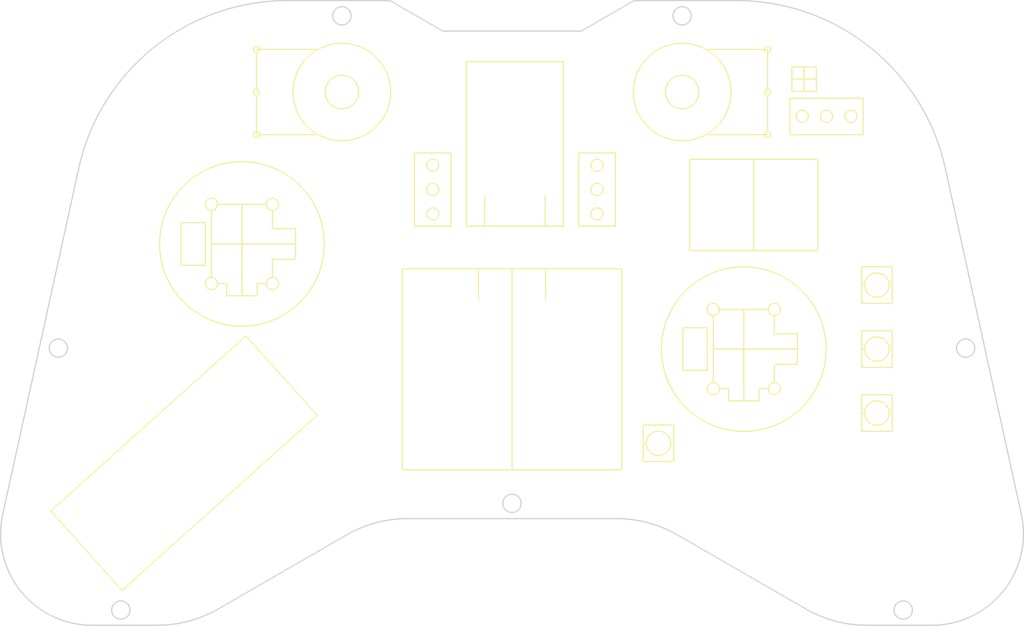
<source format=kicad_pcb>
(kicad_pcb
	(version 20240108)
	(generator "pcbnew")
	(generator_version "8.0")
	(general
		(thickness 1.6)
		(legacy_teardrops no)
	)
	(paper "A4")
	(title_block
		(title "Controle Personalizado")
		(date "2024-09-18")
		(rev "1.0.0")
		(company "AR")
		(comment 1 "Eng. Adenilton Ribeiro")
	)
	(layers
		(0 "F.Cu" signal)
		(31 "B.Cu" signal)
		(32 "B.Adhes" user "B.Adhesive")
		(33 "F.Adhes" user "F.Adhesive")
		(34 "B.Paste" user)
		(35 "F.Paste" user)
		(36 "B.SilkS" user "B.Silkscreen")
		(37 "F.SilkS" user "F.Silkscreen")
		(38 "B.Mask" user)
		(39 "F.Mask" user)
		(40 "Dwgs.User" user "User.Drawings")
		(41 "Cmts.User" user "User.Comments")
		(42 "Eco1.User" user "User.Eco1")
		(43 "Eco2.User" user "User.Eco2")
		(44 "Edge.Cuts" user)
		(45 "Margin" user)
		(46 "B.CrtYd" user "B.Courtyard")
		(47 "F.CrtYd" user "F.Courtyard")
		(48 "B.Fab" user)
		(49 "F.Fab" user)
		(50 "User.1" user)
		(51 "User.2" user)
		(52 "User.3" user)
		(53 "User.4" user)
		(54 "User.5" user)
		(55 "User.6" user)
		(56 "User.7" user)
		(57 "User.8" user)
		(58 "User.9" user)
	)
	(setup
		(pad_to_mask_clearance 0)
		(allow_soldermask_bridges_in_footprints no)
		(aux_axis_origin 60 150)
		(pcbplotparams
			(layerselection 0x00010fc_ffffffff)
			(plot_on_all_layers_selection 0x0000000_00000000)
			(disableapertmacros no)
			(usegerberextensions no)
			(usegerberattributes yes)
			(usegerberadvancedattributes yes)
			(creategerberjobfile yes)
			(dashed_line_dash_ratio 12.000000)
			(dashed_line_gap_ratio 3.000000)
			(svgprecision 4)
			(plotframeref no)
			(viasonmask no)
			(mode 1)
			(useauxorigin no)
			(hpglpennumber 1)
			(hpglpenspeed 20)
			(hpglpendiameter 15.000000)
			(pdf_front_fp_property_popups yes)
			(pdf_back_fp_property_popups yes)
			(dxfpolygonmode yes)
			(dxfimperialunits yes)
			(dxfusepcbnewfont yes)
			(psnegative no)
			(psa4output no)
			(plotreference yes)
			(plotvalue yes)
			(plotfptext yes)
			(plotinvisibletext no)
			(sketchpadsonfab no)
			(subtractmaskfromsilk no)
			(outputformat 1)
			(mirror no)
			(drillshape 1)
			(scaleselection 1)
			(outputdirectory "")
		)
	)
	(net 0 "")
	(gr_line
		(start 174.130039 117.27323)
		(end 174.130039 111.27323)
		(stroke
			(width 0.2)
			(type default)
		)
		(layer "F.SilkS")
		(uuid "00f8cf38-dabc-4c8d-8c19-8c966ba39d4e")
	)
	(gr_line
		(start 204.947039 85.31523)
		(end 209.947039 85.31523)
		(stroke
			(width 0.2)
			(type default)
		)
		(layer "F.SilkS")
		(uuid "0256f5db-1bcc-46fc-b2b4-11667dd80cf2")
	)
	(gr_line
		(start 176.753039 82.66123)
		(end 176.753039 67.66123)
		(stroke
			(width 0.2)
			(type default)
		)
		(layer "F.SilkS")
		(uuid "025d837a-60d4-475f-af11-b6376fee8e90")
	)
	(gr_line
		(start 204.947039 98.81523)
		(end 205.447039 98.81523)
		(stroke
			(width 0.2)
			(type default)
		)
		(layer "F.SilkS")
		(uuid "027d2956-4675-43c7-b21f-fcc1a3dd045f")
	)
	(gr_line
		(start 189.50878 49.63623)
		(end 189.50878 50.13623)
		(stroke
			(width 0.2)
			(type default)
		)
		(layer "F.SilkS")
		(uuid "087d0725-f690-4b05-ae55-0a969de04643")
	)
	(gr_circle
		(center 134.612039 76.63623)
		(end 134.612039 77.63623)
		(stroke
			(width 0.2)
			(type default)
		)
		(fill none)
		(layer "F.SilkS")
		(uuid "0b1fbf37-3c34-44f3-818b-20b6194bdd40")
	)
	(gr_line
		(start 112.130039 84.06523)
		(end 108.330039 84.06523)
		(stroke
			(width 0.2)
			(type default)
		)
		(layer "F.SilkS")
		(uuid "0c386467-107c-45b1-acca-424676c2948b")
	)
	(gr_line
		(start 189.50878 56.13623)
		(end 189.50878 56.63623)
		(stroke
			(width 0.2)
			(type default)
		)
		(layer "F.SilkS")
		(uuid "0c67b1cb-7fa2-4929-8b61-138d50a8ae58")
	)
	(gr_circle
		(center 195.18213 60.64636)
		(end 195.18213 61.64636)
		(stroke
			(width 0.2)
			(type default)
		)
		(fill none)
		(layer "F.SilkS")
		(uuid "0d1a2b8f-7581-461b-afe0-801940726940")
	)
	(gr_circle
		(center 203.18213 60.64636)
		(end 203.18213 61.64636)
		(stroke
			(width 0.2)
			(type default)
		)
		(fill none)
		(layer "F.SilkS")
		(uuid "0e90a083-7357-4d96-8da4-81aa96c59f29")
	)
	(gr_line
		(start 129.612039 118.63623)
		(end 165.612039 118.63623)
		(stroke
			(width 0.2)
			(type default)
		)
		(layer "F.SilkS")
		(uuid "0ed41df6-4766-4b13-ad9a-4efaa0b45f7f")
	)
	(gr_line
		(start 185.615039 92.31523)
		(end 189.615039 92.31523)
		(stroke
			(width 0.2)
			(type default)
		)
		(layer "F.SilkS")
		(uuid "10d6e7f4-2cda-4f58-a61f-f767e78ca4a3")
	)
	(gr_line
		(start 147.612039 85.63623)
		(end 129.612039 85.63623)
		(stroke
			(width 0.2)
			(type default)
		)
		(layer "F.SilkS")
		(uuid "11878073-5d05-408d-96a7-716eeda07a24")
	)
	(gr_line
		(start 115.666707 109.675838)
		(end 83.675906 138.408897)
		(stroke
			(width 0.2)
			(type default)
		)
		(layer "F.SilkS")
		(uuid "1191c1ec-2b95-4be9-b536-1592b31d68d6")
	)
	(gr_line
		(start 188.115039 107.31523)
		(end 188.115039 105.31523)
		(stroke
			(width 0.2)
			(type default)
		)
		(layer "F.SilkS")
		(uuid "1201f7e1-4e29-4f16-b5bf-67b302e5913d")
	)
	(gr_circle
		(center 98.330039 88.06523)
		(end 98.330039 89.06523)
		(stroke
			(width 0.2)
			(type default)
		)
		(fill none)
		(layer "F.SilkS")
		(uuid "129c2477-1a99-4bc4-b10a-418803382fb5")
	)
	(gr_line
		(start 105.715298 57.13623)
		(end 105.715298 63.13623)
		(stroke
			(width 0.2)
			(type default)
		)
		(layer "F.SilkS")
		(uuid "14c0e0ef-27c0-4e49-b8cc-50d198100b25")
	)
	(gr_line
		(start 193.503039 52.51723)
		(end 193.503039 56.51723)
		(stroke
			(width 0.2)
			(type default)
		)
		(layer "F.SilkS")
		(uuid "14fd4384-cc54-4546-9a51-6f6e34b29f10")
	)
	(gr_line
		(start 204.947039 106.31523)
		(end 209.947039 106.31523)
		(stroke
			(width 0.2)
			(type default)
		)
		(layer "F.SilkS")
		(uuid "1612bd06-e732-4fc9-b970-a6a09bb53423")
	)
	(gr_line
		(start 175.615039 102.31523)
		(end 175.615039 95.31523)
		(stroke
			(width 0.2)
			(type default)
		)
		(layer "F.SilkS")
		(uuid "17f37713-5f86-4df4-b972-915bbc5a21e6")
	)
	(gr_line
		(start 209.947039 91.31523)
		(end 209.947039 85.31523)
		(stroke
			(width 0.2)
			(type default)
		)
		(layer "F.SilkS")
		(uuid "1804b8f1-a9a2-4be4-9a85-726032bdd8d2")
	)
	(gr_line
		(start 194.415039 96.31523)
		(end 190.615039 96.31523)
		(stroke
			(width 0.2)
			(type default)
		)
		(layer "F.SilkS")
		(uuid "18da6a69-4b4c-4ef3-9720-170c3b1240a6")
	)
	(gr_line
		(start 185.615039 107.31523)
		(end 188.115039 107.31523)
		(stroke
			(width 0.2)
			(type default)
		)
		(layer "F.SilkS")
		(uuid "19a141ff-c344-405a-8abb-581a56409e60")
	)
	(gr_line
		(start 108.330039 76.06523)
		(end 108.330039 79.06523)
		(stroke
			(width 0.2)
			(type default)
		)
		(layer "F.SilkS")
		(uuid "1b39187f-ca3d-4599-a8b6-9e217024bce7")
	)
	(gr_circle
		(center 134.612039 72.63623)
		(end 134.612039 73.63623)
		(stroke
			(width 0.2)
			(type default)
		)
		(fill none)
		(layer "F.SilkS")
		(uuid "1e06a473-a632-4deb-a014-663c3cf8eac9")
	)
	(gr_line
		(start 71.982219 125.389385)
		(end 103.97302 96.656326)
		(stroke
			(width 0.2)
			(type default)
		)
		(layer "F.SilkS")
		(uuid "208cee0d-a7b6-4740-9016-39fb21380757")
	)
	(gr_line
		(start 197.753039 67.66123)
		(end 197.753039 82.66123)
		(stroke
			(width 0.2)
			(type default)
		)
		(layer "F.SilkS")
		(uuid "211596de-2a64-4042-8e24-b0e93138229d")
	)
	(gr_line
		(start 204.947039 101.81523)
		(end 209.947039 101.81523)
		(stroke
			(width 0.2)
			(type default)
		)
		(layer "F.SilkS")
		(uuid "234301cd-d02d-4215-af64-f171f6cb5e38")
	)
	(gr_line
		(start 189.50878 57.13623)
		(end 189.50878 63.13623)
		(stroke
			(width 0.2)
			(type default)
		)
		(layer "F.SilkS")
		(uuid "2481e495-3e1e-4ff5-b231-ea6a7148a425")
	)
	(gr_line
		(start 169.130039 111.27323)
		(end 174.130039 111.27323)
		(stroke
			(width 0.2)
			(type default)
		)
		(layer "F.SilkS")
		(uuid "24fcfcaf-6644-4d54-9418-b806db7ab743")
	)
	(gr_line
		(start 105.715298 49.63623)
		(end 106.215298 49.63623)
		(stroke
			(width 0.2)
			(type default)
		)
		(layer "F.SilkS")
		(uuid "250191f3-5f51-4e87-b677-7b11891ed417")
	)
	(gr_line
		(start 112.130039 79.06523)
		(end 108.330039 79.06523)
		(stroke
			(width 0.2)
			(type default)
		)
		(layer "F.SilkS")
		(uuid "2abb5503-9342-44ee-ac3a-1d657e363082")
	)
	(gr_line
		(start 169.130039 117.27323)
		(end 174.130039 117.27323)
		(stroke
			(width 0.2)
			(type default)
		)
		(layer "F.SilkS")
		(uuid "2b342f27-58d8-413b-95c1-6e96c0842886")
	)
	(gr_line
		(start 173.630039 114.27323)
		(end 174.130039 114.27323)
		(stroke
			(width 0.2)
			(type default)
		)
		(layer "F.SilkS")
		(uuid "2bccbcdc-e929-474e-8add-3b1f1b2d6cbd")
	)
	(gr_circle
		(center 119.715298 56.63623)
		(end 119.715298 59.38623)
		(stroke
			(width 0.2)
			(type default)
		)
		(fill none)
		(layer "F.SilkS")
		(uuid "2d6e3536-b68c-4a93-a2e7-88cf8b172234")
	)
	(gr_line
		(start 179.615039 102.31523)
		(end 175.615039 102.31523)
		(stroke
			(width 0.2)
			(type default)
		)
		(layer "F.SilkS")
		(uuid "32538d9a-df3b-412f-af92-1ae48d88752a")
	)
	(gr_line
		(start 143.112039 78.63623)
		(end 143.112039 73.63623)
		(stroke
			(width 0.2)
			(type default)
		)
		(layer "F.SilkS")
		(uuid "339032a5-763b-4a32-8179-459a81acc600")
	)
	(gr_line
		(start 197.503039 55.51723)
		(end 197.503039 52.51723)
		(stroke
			(width 0.2)
			(type default)
		)
		(layer "F.SilkS")
		(uuid "33c76edd-7436-4be7-a649-276550b540c7")
	)
	(gr_line
		(start 100.830039 88.06523)
		(end 99.330039 88.06523)
		(stroke
			(width 0.2)
			(type default)
		)
		(layer "F.SilkS")
		(uuid "370e11e6-a012-41e4-9a97-4748d7954e06")
	)
	(gr_line
		(start 194.415039 98.81523)
		(end 194.415039 101.31523)
		(stroke
			(width 0.2)
			(type default)
		)
		(layer "F.SilkS")
		(uuid "3759fecf-5ed2-4117-97d9-4b22929affc9")
	)
	(gr_line
		(start 193.503039 54.51723)
		(end 197.503039 54.51723)
		(stroke
			(width 0.2)
			(type default)
		)
		(layer "F.SilkS")
		(uuid "39eadbd2-ab4e-4386-8ae2-eb7d373c8a84")
	)
	(gr_line
		(start 185.615039 107.31523)
		(end 183.115039 107.31523)
		(stroke
			(width 0.2)
			(type default)
		)
		(layer "F.SilkS")
		(uuid "3a97ca3b-655e-4618-8898-e5b9f3c735e4")
	)
	(gr_line
		(start 180.615039 93.31523)
		(end 180.615039 104.31523)
		(stroke
			(width 0.2)
			(type default)
		)
		(layer "F.SilkS")
		(uuid "3ae89060-e6e1-4e47-a5f8-cb149d6cbf67")
	)
	(gr_line
		(start 105.715298 56.63623)
		(end 105.715298 56.13623)
		(stroke
			(width 0.2)
			(type default)
		)
		(layer "F.SilkS")
		(uuid "3cc1a79d-7f99-4a67-9af1-8fedab731051")
	)
	(gr_line
		(start 209.447039 88.31523)
		(end 209.947039 88.31523)
		(stroke
			(width 0.2)
			(type default)
		)
		(layer "F.SilkS")
		(uuid "3f4eb275-6978-4f1e-b44f-3fc8331767c3")
	)
	(gr_line
		(start 189.00878 63.63623)
		(end 179.381763 63.63623)
		(stroke
			(width 0.2)
			(type default)
		)
		(layer "F.SilkS")
		(uuid "3ffa94c4-3fc3-4feb-b9d2-fef434a9a3a4")
	)
	(gr_line
		(start 106.215298 49.63623)
		(end 115.842315 49.63623)
		(stroke
			(width 0.2)
			(type default)
		)
		(layer "F.SilkS")
		(uuid "417a835e-6b7c-45c4-91c9-013f6b8b1500")
	)
	(gr_line
		(start 164.546039 66.63623)
		(end 164.546039 78.63623)
		(stroke
			(width 0.2)
			(type default)
		)
		(layer "F.SilkS")
		(uuid "437aed71-f8de-419f-8028-5c2a96e961f3")
	)
	(gr_line
		(start 209.947039 101.81523)
		(end 209.947039 95.81523)
		(stroke
			(width 0.2)
			(type default)
		)
		(layer "F.SilkS")
		(uuid "43cf7b04-9944-4238-a950-711ef5c8c956")
	)
	(gr_line
		(start 169.130039 114.27323)
		(end 169.630039 114.27323)
		(stroke
			(width 0.2)
			(type default)
		)
		(layer "F.SilkS")
		(uuid "44281e52-2a28-4856-9c86-ef09598c6f00")
	)
	(gr_circle
		(center 207.447039 88.31523)
		(end 207.447039 90.31523)
		(stroke
			(width 0.2)
			(type default)
		)
		(fill none)
		(layer "F.SilkS")
		(uuid "44d0851e-4488-454c-a91b-63ebdcaeb77d")
	)
	(gr_line
		(start 140.112039 51.63623)
		(end 156.046039 51.63623)
		(stroke
			(width 0.2)
			(type default)
		)
		(layer "F.SilkS")
		(uuid "467d95c1-0c99-4213-994f-115f3543507e")
	)
	(gr_circle
		(center 189.50878 56.63623)
		(end 189.50878 57.13623)
		(stroke
			(width 0.2)
			(type default)
		)
		(fill none)
		(layer "F.SilkS")
		(uuid "4cd89493-d291-4c5f-ba5c-ad4a2d895093")
	)
	(gr_line
		(start 204.947039 112.31523)
		(end 209.947039 112.31523)
		(stroke
			(width 0.2)
			(type default)
		)
		(layer "F.SilkS")
		(uuid "510a870d-e2dd-4ddc-9c44-000b498bef9a")
	)
	(gr_line
		(start 97.330039 78.06523)
		(end 97.330039 81.56523)
		(stroke
			(width 0.2)
			(type default)
		)
		(layer "F.SilkS")
		(uuid "537fd2b8-c960-44d6-802e-f01039f14e5a")
	)
	(gr_circle
		(center 108.330039 75.06523)
		(end 108.330039 76.06523)
		(stroke
			(width 0.2)
			(type default)
		)
		(fill none)
		(layer "F.SilkS")
		(uuid "5892066d-b3af-4793-a967-c9cfe6cb098a")
	)
	(gr_circle
		(center 175.50878 56.63623)
		(end 175.50878 64.63623)
		(stroke
			(width 0.2)
			(type default)
		)
		(fill none)
		(layer "F.SilkS")
		(uuid "59bfe893-417a-47aa-957f-8f2deb3d3b67")
	)
	(gr_line
		(start 108.330039 84.06523)
		(end 108.330039 87.06523)
		(stroke
			(width 0.2)
			(type default)
		)
		(layer "F.SilkS")
		(uuid "5aa82545-5f40-4626-b3a2-e98c063aae84")
	)
	(gr_circle
		(center 105.715298 49.63623)
		(end 105.715298 50.13623)
		(stroke
			(width 0.2)
			(type default)
		)
		(fill none)
		(layer "F.SilkS")
		(uuid "5ad3e0ba-f2fa-4b65-af57-bb3f1b49632f")
	)
	(gr_circle
		(center 199.18213 60.64636)
		(end 199.18213 61.64636)
		(stroke
			(width 0.2)
			(type default)
		)
		(fill none)
		(layer "F.SilkS")
		(uuid "5b1a8734-527d-41c6-b1d0-1e84de5392b3")
	)
	(gr_line
		(start 179.615039 98.81523)
		(end 179.615039 102.31523)
		(stroke
			(width 0.2)
			(type default)
		)
		(layer "F.SilkS")
		(uuid "5d33d427-9685-4230-9824-4fc17c60ede8")
	)
	(gr_line
		(start 129.612039 85.63623)
		(end 129.612039 118.63623)
		(stroke
			(width 0.2)
			(type default)
		)
		(layer "F.SilkS")
		(uuid "5d84cfde-dda8-424e-913f-99eb6706e47e")
	)
	(gr_line
		(start 204.947039 109.31523)
		(end 205.447039 109.31523)
		(stroke
			(width 0.2)
			(type default)
		)
		(layer "F.SilkS")
		(uuid "5d855621-417d-4c31-9ed4-bef1b7f52b9d")
	)
	(gr_line
		(start 193.18213 57.64636)
		(end 205.18213 57.64636)
		(stroke
			(width 0.2)
			(type default)
		)
		(layer "F.SilkS")
		(uuid "5e0b4e75-0f42-4152-9fb4-7147cadadff9")
	)
	(gr_circle
		(center 175.50878 56.63623)
		(end 175.50878 59.38623)
		(stroke
			(width 0.2)
			(type default)
		)
		(fill none)
		(layer "F.SilkS")
		(uuid "5e68968e-3295-4488-8857-e9f1470e79ee")
	)
	(gr_circle
		(center 161.546039 72.63623)
		(end 161.546039 73.63623)
		(stroke
			(width 0.2)
			(type default)
		)
		(fill none)
		(layer "F.SilkS")
		(uuid "5f1243e4-23ff-43bf-b23c-3a004e765a8a")
	)
	(gr_line
		(start 209.447039 109.31523)
		(end 209.947039 109.31523)
		(stroke
			(width 0.2)
			(type default)
		)
		(layer "F.SilkS")
		(uuid "5f19964f-bfac-4255-8679-8c2d03002018")
	)
	(gr_line
		(start 153.112039 85.63623)
		(end 153.112039 90.63623)
		(stroke
			(width 0.2)
			(type default)
		)
		(layer "F.SilkS")
		(uuid "61e613b2-6ec9-4f71-a8fb-9ea615972c56")
	)
	(gr_line
		(start 105.715298 56.13623)
		(end 105.715298 50.13623)
		(stroke
			(width 0.2)
			(type default)
		)
		(layer "F.SilkS")
		(uuid "631139d1-537b-47b8-89de-129ce707ebc0")
	)
	(gr_line
		(start 204.947039 95.81523)
		(end 204.947039 101.81523)
		(stroke
			(width 0.2)
			(type default)
		)
		(layer "F.SilkS")
		(uuid "64ac4d01-d280-4793-939a-2a907806a7c2")
	)
	(gr_line
		(start 98.330039 76.06523)
		(end 98.330039 87.06523)
		(stroke
			(width 0.2)
			(type default)
		)
		(layer "F.SilkS")
		(uuid "64ee2302-fa4c-4e22-a6af-272c1b8f4a65")
	)
	(gr_line
		(start 218.647869 69.131692)
		(end 218.647867 69.131692)
		(stroke
			(width 0.2)
			(type default)
		)
		(layer "F.SilkS")
		(uuid "65b3f31c-fbac-43db-8b43-ab7b61317648")
	)
	(gr_line
		(start 112.130039 81.56523)
		(end 112.130039 84.06523)
		(stroke
			(width 0.2)
			(type default)
		)
		(layer "F.SilkS")
		(uuid "6cae7dc0-e121-47c7-992a-ac172367c946")
	)
	(gr_line
		(start 176.753039 67.66123)
		(end 197.753039 67.66123)
		(stroke
			(width 0.2)
			(type default)
		)
		(layer "F.SilkS")
		(uuid "6d72d43c-9c61-41ea-a32a-e17e903cf300")
	)
	(gr_line
		(start 112.130039 81.56523)
		(end 112.130039 79.06523)
		(stroke
			(width 0.2)
			(type default)
		)
		(layer "F.SilkS")
		(uuid "6eff4b75-c957-485d-acf4-8a8cbca7d862")
	)
	(gr_circle
		(center 98.330039 75.06523)
		(end 98.330039 76.06523)
		(stroke
			(width 0.2)
			(type default)
		)
		(fill none)
		(layer "F.SilkS")
		(uuid "70286652-5b14-4067-9b8f-3920393dd296")
	)
	(gr_circle
		(center 207.447039 109.31523)
		(end 207.447039 111.31523)
		(stroke
			(width 0.2)
			(type default)
		)
		(fill none)
		(layer "F.SilkS")
		(uuid "741f975d-74bb-4b86-8399-8a158f626332")
	)
	(gr_line
		(start 64.11 125.92)
		(end 64.109993 125.919998)
		(stroke
			(width 0.2)
			(type default)
		)
		(layer "F.SilkS")
		(uuid "7777d868-3d48-408a-bdb4-191bbcdea746")
	)
	(gr_line
		(start 204.947039 85.31523)
		(end 204.947039 91.31523)
		(stroke
			(width 0.2)
			(type default)
		)
		(layer "F.SilkS")
		(uuid "78f7f4fd-da4f-4ddb-8ccf-cf2bf19d6800")
	)
	(gr_line
		(start 165.612039 85.63623)
		(end 165.612039 118.63623)
		(stroke
			(width 0.2)
			(type default)
		)
		(layer "F.SilkS")
		(uuid "7a3fbac7-49c1-438e-acce-14e329a686ce")
	)
	(gr_line
		(start 189.00878 49.63623)
		(end 179.381763 49.63623)
		(stroke
			(width 0.2)
			(type default)
		)
		(layer "F.SilkS")
		(uuid "7a69e22b-985e-4c83-a358-69f909859d06")
	)
	(gr_line
		(start 105.830039 88.06523)
		(end 107.330039 88.06523)
		(stroke
			(width 0.2)
			(type default)
		)
		(layer "F.SilkS")
		(uuid "7e00a7cb-71ca-40c9-baa0-8fae1f230db5")
	)
	(gr_line
		(start 97.330039 85.06523)
		(end 93.330039 85.06523)
		(stroke
			(width 0.2)
			(type default)
		)
		(layer "F.SilkS")
		(uuid "7ff3c6b0-70d3-4397-b1d6-49d0515ca9b7")
	)
	(gr_line
		(start 103.330039 75.06523)
		(end 99.330039 75.06523)
		(stroke
			(width 0.2)
			(type default)
		)
		(layer "F.SilkS")
		(uuid "819a7fe0-9cad-403a-a4b0-640a0b884aff")
	)
	(gr_line
		(start 194.415039 98.81523)
		(end 194.415039 96.31523)
		(stroke
			(width 0.2)
			(type default)
		)
		(layer "F.SilkS")
		(uuid "87769daf-1934-4d35-9693-0abd6bc146d7")
	)
	(gr_circle
		(center 185.615039 98.81523)
		(end 185.615039 112.31523)
		(stroke
			(width 0.2)
			(type default)
		)
		(fill none)
		(layer "F.SilkS")
		(uuid "88b4671a-371f-46fc-b405-b8ea819f12ec")
	)
	(gr_circle
		(center 161.546039 76.63623)
		(end 161.546039 77.63623)
		(stroke
			(width 0.2)
			(type default)
		)
		(fill none)
		(layer "F.SilkS")
		(uuid "894582c8-8ea1-4daa-aa02-8279760d5c95")
	)
	(gr_line
		(start 204.947039 106.31523)
		(end 204.947039 112.31523)
		(stroke
			(width 0.2)
			(type default)
		)
		(layer "F.SilkS")
		(uuid "8d3e226e-886e-4e3a-99ce-6af9a6f264a4")
	)
	(gr_circle
		(center 189.50878 63.63623)
		(end 189.50878 64.13623)
		(stroke
			(width 0.2)
			(type default)
		)
		(fill none)
		(layer "F.SilkS")
		(uuid "8e724a49-ec63-457f-baae-a55c53e55413")
	)
	(gr_line
		(start 153.046039 78.63623)
		(end 153.046039 73.63623)
		(stroke
			(width 0.2)
			(type default)
		)
		(layer "F.SilkS")
		(uuid "8f5ff56c-047d-4813-b7c9-7f0eb6819f5b")
	)
	(gr_line
		(start 193.18213 63.64636)
		(end 193.18213 57.64636)
		(stroke
			(width 0.2)
			(type default)
		)
		(layer "F.SilkS")
		(uuid "8fc3d716-29a4-4927-b886-acdd3b9fb927")
	)
	(gr_circle
		(center 207.447039 98.81523)
		(end 207.447039 100.81523)
		(stroke
			(width 0.2)
			(type default)
		)
		(fill none)
		(layer "F.SilkS")
		(uuid "917f3928-3b57-470d-9ad2-3f8e51569769")
	)
	(gr_circle
		(center 171.630039 114.27323)
		(end 171.630039 116.27323)
		(stroke
			(width 0.2)
			(type default)
		)
		(fill none)
		(layer "F.SilkS")
		(uuid "9adc6194-bb25-4fe7-8df2-1946325f413b")
	)
	(gr_line
		(start 194.415039 98.81523)
		(end 180.615039 98.81523)
		(stroke
			(width 0.2)
			(type default)
		)
		(layer "F.SilkS")
		(uuid "9b92549d-122f-4c54-8985-cdb9597d3bed")
	)
	(gr_line
		(start 185.615039 107.31523)
		(end 185.615039 92.31523)
		(stroke
			(width 0.2)
			(type default)
		)
		(layer "F.SilkS")
		(uuid "9d39c8f5-5f45-409f-87da-b5d474f55810")
	)
	(gr_line
		(start 93.330039 85.06523)
		(end 93.330039 78.06523)
		(stroke
			(width 0.2)
			(type default)
		)
		(layer "F.SilkS")
		(uuid "9d5c8cc1-f12d-4b5a-8bf9-25cd9e04a391")
	)
	(gr_line
		(start 185.615039 92.31523)
		(end 181.615039 92.31523)
		(stroke
			(width 0.2)
			(type default)
		)
		(layer "F.SilkS")
		(uuid "9e137c0e-01be-4ce1-b8ed-ff07eda23d87")
	)
	(gr_line
		(start 204.947039 95.81523)
		(end 209.947039 95.81523)
		(stroke
			(width 0.2)
			(type default)
		)
		(layer "F.SilkS")
		(uuid "a57414af-a469-42cd-922a-c6bb3a35ab17")
	)
	(gr_line
		(start 105.715298 64.13623)
		(end 106.215298 63.63623)
		(stroke
			(width 0.2)
			(type default)
		)
		(layer "F.SilkS")
		(uuid "a5af7f66-94ca-4e75-b672-223f075d651c")
	)
	(gr_line
		(start 189.00878 63.63623)
		(end 189.50878 63.63623)
		(stroke
			(width 0.2)
			(type default)
		)
		(layer "F.SilkS")
		(uuid "a60600bf-86f9-4b92-b728-6c5416ba9509")
	)
	(gr_line
		(start 197.503039 56.51723)
		(end 193.503039 56.51723)
		(stroke
			(width 0.2)
			(type default)
		)
		(layer "F.SilkS")
		(uuid "b56c4f1d-c680-46a3-8b19-d49faa1dd745")
	)
	(gr_line
		(start 97.330039 81.56523)
		(end 97.330039 85.06523)
		(stroke
			(width 0.2)
			(type default)
		)
		(layer "F.SilkS")
		(uuid "b7ab4607-caf7-466a-a946-976c59003628")
	)
	(gr_line
		(start 158.546039 66.63623)
		(end 164.546039 66.63623)
		(stroke
			(width 0.2)
			(type default)
		)
		(layer "F.SilkS")
		(uuid "ba95b8d9-43fb-405c-9e2f-d2452a4aaa45")
	)
	(gr_line
		(start 189.50878 64.13623)
		(end 189.00878 63.63623)
		(stroke
			(width 0.2)
			(type default)
		)
		(layer "F.SilkS")
		(uuid "bb3dd2a3-667e-4230-bc81-c61ad149a552")
	)
	(gr_circle
		(center 161.546039 68.63623)
		(end 161.546039 69.63623)
		(stroke
			(width 0.2)
			(type default)
		)
		(fill none)
		(layer "F.SilkS")
		(uuid "bd939e7c-62a9-4ef9-9507-96eacfb5af94")
	)
	(gr_line
		(start 137.612039 66.63623)
		(end 137.612039 78.63623)
		(stroke
			(width 0.2)
			(type default)
		)
		(layer "F.SilkS")
		(uuid "c0ca8986-bb69-4872-bd59-ab82e20d069a")
	)
	(gr_line
		(start 83.675906 138.408897)
		(end 71.982219 125.389385)
		(stroke
			(width 0.2)
			(type default)
		)
		(layer "F.SilkS")
		(uuid "c26d68d5-6abd-4149-ac7d-eca946d5d484")
	)
	(gr_line
		(start 195.503039 52.51723)
		(end 195.503039 56.51723)
		(stroke
			(width 0.2)
			(type default)
		)
		(layer "F.SilkS")
		(uuid "c4d71136-22f0-4633-9d82-e8a6fd730050")
	)
	(gr_line
		(start 190.615039 93.31523)
		(end 190.615039 96.31523)
		(stroke
			(width 0.2)
			(type default)
		)
		(layer "F.SilkS")
		(uuid "c50ec629-a72b-48ea-bea0-14cf2a26fc54")
	)
	(gr_line
		(start 103.330039 90.06523)
		(end 100.830039 90.06523)
		(stroke
			(width 0.2)
			(type default)
		)
		(layer "F.SilkS")
		(uuid "c58dd272-aa01-4629-ac09-7c323773b802")
	)
	(gr_line
		(start 147.612039 85.63623)
		(end 165.612039 85.63623)
		(stroke
			(width 0.2)
			(type default)
		)
		(layer "F.SilkS")
		(uuid "c6142b57-e92d-4119-a3e5-2c5d19fa9be5")
	)
	(gr_line
		(start 205.18213 63.64636)
		(end 193.18213 63.64636)
		(stroke
			(width 0.2)
			(type default)
		)
		(layer "F.SilkS")
		(uuid "cb3eb905-656a-4e8e-9eb6-d854c781c021")
	)
	(gr_line
		(start 142.112039 85.63623)
		(end 142.112039 90.63623)
		(stroke
			(width 0.2)
			(type default)
		)
		(layer "F.SilkS")
		(uuid "ce4a3e3f-ee2b-48d3-aca6-7e20f60bdf60")
	)
	(gr_line
		(start 209.947039 112.31523)
		(end 209.947039 106.31523)
		(stroke
			(width 0.2)
			(type default)
		)
		(layer "F.SilkS")
		(uuid "ce8729b3-1c1f-465c-a2af-1d5927c63e49")
	)
	(gr_line
		(start 197.503039 56.51723)
		(end 197.503039 55.51723)
		(stroke
			(width 0.2)
			(type default)
		)
		(layer "F.SilkS")
		(uuid "ced78301-45d3-4b6a-8188-6f36174e9581")
	)
	(gr_line
		(start 169.130039 111.27323)
		(end 169.130039 117.27323)
		(stroke
			(width 0.2)
			(type default)
		)
		(layer "F.SilkS")
		(uuid "ceee8bbb-6e79-4b3f-a9f3-4e4349e12bb6")
	)
	(gr_circle
		(center 105.715298 56.63623)
		(end 105.715298 57.13623)
		(stroke
			(width 0.2)
			(type default)
		)
		(fill none)
		(layer "F.SilkS")
		(uuid "d06292e1-10b0-49de-a648-6d228320ac10")
	)
	(gr_circle
		(center 105.715298 63.63623)
		(end 105.715298 64.13623)
		(stroke
			(width 0.2)
			(type default)
		)
		(fill none)
		(layer "F.SilkS")
		(uuid "d06e324c-35de-4b94-97f0-4503ba0fb1bb")
	)
	(gr_line
		(start 131.612039 78.63623)
		(end 131.612039 66.63623)
		(stroke
			(width 0.2)
			(type default)
		)
		(layer "F.SilkS")
		(uuid "d087b73e-016c-4f79-b672-525c4f4869dd")
	)
	(gr_line
		(start 100.830039 90.06523)
		(end 100.830039 88.06523)
		(stroke
			(width 0.2)
			(type default)
		)
		(layer "F.SilkS")
		(uuid "d08c9592-a2dd-4062-a338-fd8656469abf")
	)
	(gr_line
		(start 156.046039 78.63623)
		(end 156.046039 51.63623)
		(stroke
			(width 0.2)
			(type default)
		)
		(layer "F.SilkS")
		(uuid "d0df4eca-8238-4c87-84a5-7ca62a59ed7e")
	)
	(gr_circle
		(center 108.330039 88.06523)
		(end 108.330039 89.06523)
		(stroke
			(width 0.2)
			(type default)
		)
		(fill none)
		(layer "F.SilkS")
		(uuid "d30d6255-c3e4-45bc-8556-f046a093d084")
	)
	(gr_line
		(start 112.130039 81.56523)
		(end 98.330039 81.56523)
		(stroke
			(width 0.2)
			(type default)
		)
		(layer "F.SilkS")
		(uuid "d43b2a6b-ca75-49af-adf9-eac669e78258")
	)
	(gr_line
		(start 204.947039 88.31523)
		(end 205.447039 88.31523)
		(stroke
			(width 0.2)
			(type default)
		)
		(layer "F.SilkS")
		(uuid "d558cd42-cf25-4a29-b542-da80b8bab1ca")
	)
	(gr_line
		(start 156.046039 78.63623)
		(end 140.112039 78.63623)
		(stroke
			(width 0.2)
			(type default)
		)
		(layer "F.SilkS")
		(uuid "d65a8234-afc5-44b5-b8ad-8ef8c5196283")
	)
	(gr_line
		(start 105.715298 63.13623)
		(end 105.715298 63.63623)
		(stroke
			(width 0.2)
			(type default)
		)
		(layer "F.SilkS")
		(uuid "d6634dd3-4148-4c9e-a1ad-647a94039a02")
	)
	(gr_line
		(start 105.830039 90.06523)
		(end 105.830039 88.06523)
		(stroke
			(width 0.2)
			(type default)
		)
		(layer "F.SilkS")
		(uuid "d8492505-1723-4567-bf7b-15f594850502")
	)
	(gr_line
		(start 103.330039 75.06523)
		(end 107.330039 75.06523)
		(stroke
			(width 0.2)
			(type default)
		)
		(layer "F.SilkS")
		(uuid "d8cf609b-1c6c-4089-9d43-9a3c5393b6ff")
	)
	(gr_line
		(start 147.612039 85.63623)
		(end 147.612039 118.63623)
		(stroke
			(width 0.2)
			(type default)
		)
		(layer "F.SilkS")
		(uuid "db134964-2f4c-4c03-9fcb-94b91af0a021")
	)
	(gr_line
		(start 158.546039 78.63623)
		(end 158.546039 66.63623)
		(stroke
			(width 0.2)
			(type default)
		)
		(layer "F.SilkS")
		(uuid "db1e448a-c8cf-477d-8acb-776df25d52b3")
	)
	(gr_line
		(start 179.615039 95.31523)
		(end 179.615039 98.81523)
		(stroke
			(width 0.2)
			(type default)
		)
		(layer "F.SilkS")
		(uuid "db1f5239-d4b5-4923-ab8d-5fbfe30285bf")
	)
	(gr_line
		(start 103.330039 90.06523)
		(end 105.830039 90.06523)
		(stroke
			(width 0.2)
			(type default)
		)
		(layer "F.SilkS")
		(uuid "dc5ba4db-3126-4b2e-b5b7-919f23128d91")
	)
	(gr_line
		(start 189.50878 56.13623)
		(end 189.50878 50.13623)
		(stroke
			(width 0.2)
			(type default)
		)
		(layer "F.SilkS")
		(uuid "dc645b86-cdda-491e-be72-295c5b7c7155")
	)
	(gr_line
		(start 137.612039 78.63623)
		(end 131.612039 78.63623)
		(stroke
			(width 0.2)
			(type default)
		)
		(layer "F.SilkS")
		(uuid "dd40d36d-9aee-43f5-a5cc-7ca56066f581")
	)
	(gr_line
		(start 188.115039 105.31523)
		(end 189.615039 105.31523)
		(stroke
			(width 0.2)
			(type default)
		)
		(layer "F.SilkS")
		(uuid "df06efa6-a83c-4cfc-a1df-0e79ed61d043")
	)
	(gr_circle
		(center 190.615039 92.31523)
		(end 190.615039 93.31523)
		(stroke
			(width 0.2)
			(type default)
		)
		(fill none)
		(layer "F.SilkS")
		(uuid "dfcc463e-655c-4b69-880e-4853a4b903e7")
	)
	(gr_line
		(start 175.615039 95.31523)
		(end 179.615039 95.31523)
		(stroke
			(width 0.2)
			(type default)
		)
		(layer "F.SilkS")
		(uuid "e099a3bd-3ae9-4449-a729-600b255352a0")
	)
	(gr_line
		(start 197.753039 82.66123)
		(end 176.753039 82.66123)
		(stroke
			(width 0.2)
			(type default)
		)
		(layer "F.SilkS")
		(uuid "e09b4840-624e-49fd-b75b-ddf3c756b1a5")
	)
	(gr_line
		(start 197.503039 52.51723)
		(end 193.503039 52.51723)
		(stroke
			(width 0.2)
			(type default)
		)
		(layer "F.SilkS")
		(uuid "e13b3b42-674f-4561-8b09-17e9037739c9")
	)
	(gr_circle
		(center 180.615039 92.31523)
		(end 180.615039 93.31523)
		(stroke
			(width 0.2)
			(type default)
		)
		(fill none)
		(layer "F.SilkS")
		(uuid "e53662c0-8068-4f23-a474-16f0e4d25fad")
	)
	(gr_circle
		(center 180.615039 105.31523)
		(end 180.615039 106.31523)
		(stroke
			(width 0.2)
			(type default)
		)
		(fill none)
		(layer "F.SilkS")
		(uuid "e58e19ab-bf24-43e8-a12c-c8792067c4d9")
	)
	(gr_line
		(start 185.615039 98.81523)
		(end 185.615039 105.31523)
		(stroke
			(width 0.2)
			(type default)
		)
		(layer "F.SilkS")
		(uuid "e6831cfa-cc56-43af-89e8-4e0854bad1ce")
	)
	(gr_circle
		(center 103.330039 81.56523)
		(end 103.330039 95.06523)
		(stroke
			(width 0.2)
			(type default)
		)
		(fill none)
		(layer "F.SilkS")
		(uuid "e729c839-3f26-4a7c-8d90-1a1239d4fa5b")
	)
	(gr_circle
		(center 119.715298 56.63623)
		(end 119.715298 64.63623)
		(stroke
			(width 0.2)
			(type default)
		)
		(fill none)
		(layer "F.SilkS")
		(uuid "e7536274-cce1-4c35-9cc9-ec62cb4b1749")
	)
	(gr_line
		(start 131.612039 66.63623)
		(end 137.612039 66.63623)
		(stroke
			(width 0.2)
			(type default)
		)
		(layer "F.SilkS")
		(uuid "e8c59ed5-4b51-4120-a948-0b9181a9e7c1")
	)
	(gr_line
		(start 194.415039 101.31523)
		(end 190.615039 101.31523)
		(stroke
			(width 0.2)
			(type default)
		)
		(layer "F.SilkS")
		(uuid "e8d03116-52be-458a-a03a-a02be020d750")
	)
	(gr_line
		(start 183.115039 105.31523)
		(end 181.615039 105.31523)
		(stroke
			(width 0.2)
			(type default)
		)
		(layer "F.SilkS")
		(uuid "e9994e1c-c632-45f1-ade3-2bec321c1bcf")
	)
	(gr_line
		(start 164.546039 78.63623)
		(end 158.546039 78.63623)
		(stroke
			(width 0.2)
			(type default)
		)
		(layer "F.SilkS")
		(uuid "ebe196cd-9e4a-4d4f-934d-0b032fda6e42")
	)
	(gr_circle
		(center 189.50878 49.63623)
		(end 189.50878 50.13623)
		(stroke
			(width 0.2)
			(type default)
		)
		(fill none)
		(layer "F.SilkS")
		(uuid "ee3ea6fc-f9c1-48aa-ac16-a1ad24bb7bac")
	)
	(gr_line
		(start 93.330039 78.06523)
		(end 97.330039 78.06523)
		(stroke
			(width 0.2)
			(type default)
		)
		(layer "F.SilkS")
		(uuid "eeb22214-9fb9-443d-aaab-fe60641c979f")
	)
	(gr_line
		(start 183.115039 107.31523)
		(end 183.115039 105.31523)
		(stroke
			(width 0.2)
			(type default)
		)
		(layer "F.SilkS")
		(uuid "eedb10ee-44a5-4f53-b0d1-d449fee02eb1")
	)
	(gr_line
		(start 187.253039 67.66123)
		(end 187.253039 82.66123)
		(stroke
			(width 0.2)
			(type default)
		)
		(layer "F.SilkS")
		(uuid "f0d3a723-faa2-46b4-9019-d6b3279ffbe2")
	)
	(gr_line
		(start 190.615039 101.31523)
		(end 190.615039 104.31523)
		(stroke
			(width 0.2)
			(type default)
		)
		(layer "F.SilkS")
		(uuid "f1456c4b-4ef7-4cbb-95b1-41fcab77d249")
	)
	(gr_line
		(start 103.330039 90.06523)
		(end 103.330039 75.06523)
		(stroke
			(width 0.2)
			(type default)
		)
		(layer "F.SilkS")
		(uuid "f16f2c8d-15c0-438c-b05d-5bb730e24f3d")
	)
	(gr_line
		(start 205.18213 57.64636)
		(end 205.18213 63.64636)
		(stroke
			(width 0.2)
			(type default)
		)
		(layer "F.SilkS")
		(uuid "f1eb23e3-7b4e-4b2e-a829-ca2440dfc4c5")
	)
	(gr_line
		(start 209.447039 98.81523)
		(end 209.947039 98.81523)
		(stroke
			(width 0.2)
			(type default)
		)
		(layer "F.SilkS")
		(uuid "f2bd9bbb-e7b6-4966-b619-168a57cef4ec")
	)
	(gr_line
		(start 106.215298 63.63623)
		(end 115.842315 63.63623)
		(stroke
			(width 0.2)
			(type default)
		)
		(layer "F.SilkS")
		(uuid "f36ffa1a-b421-40c6-af11-6a06289bee41")
	)
	(gr_line
		(start 204.947039 91.31523)
		(end 209.947039 91.31523)
		(stroke
			(width 0.2)
			(type default)
		)
		(layer "F.SilkS")
		(uuid "f520830e-ca70-41d0-bfb8-2228c97fd4e4")
	)
	(gr_line
		(start 140.112039 78.63623)
		(end 140.112039 51.63623)
		(stroke
			(width 0.2)
			(type default)
		)
		(layer "F.SilkS")
		(uuid "f6f03647-af5e-4af4-a113-012e1e16854a")
	)
	(gr_circle
		(center 134.612039 68.63623)
		(end 134.612039 69.63623)
		(stroke
			(width 0.2)
			(type default)
		)
		(fill none)
		(layer "F.SilkS")
		(uuid "f9c964b3-aab4-4f24-a147-9e61dda80646")
	)
	(gr_line
		(start 103.97302 96.656326)
		(end 115.666707 109.675838)
		(stroke
			(width 0.2)
			(type default)
		)
		(layer "F.SilkS")
		(uuid "fa6983ab-e3a9-452e-9d12-2f63db6c317e")
	)
	(gr_line
		(start 103.330039 81.56523)
		(end 103.330039 88.06523)
		(stroke
			(width 0.2)
			(type default)
		)
		(layer "F.SilkS")
		(uuid "fb45d307-b39b-4bbd-83c1-75de1c2d9ccb")
	)
	(gr_circle
		(center 190.615039 105.31523)
		(end 190.615039 106.31523)
		(stroke
			(width 0.2)
			(type default)
		)
		(fill none)
		(layer "F.SilkS")
		(uuid "fb8e1fde-b840-467e-bf8b-02b1b51598d9")
	)
	(gr_circle
		(center 147.612039 124.13623)
		(end 149.112039 124.13623)
		(stroke
			(width 0.2)
			(type default)
		)
		(fill none)
		(layer "Edge.Cuts")
		(uuid "00bcb6ef-1799-4efe-a5ae-f0bfccf91af8")
	)
	(gr_line
		(start 127.612039 41.63623)
		(end 136.272293 46.63623)
		(stroke
			(width 0.2)
			(type default)
		)
		(layer "Edge.Cuts")
		(uuid "024fbb52-d05d-4af5-b81c-8b7ab613e3e9")
	)
	(gr_line
		(start 147.612039 46.63623)
		(end 141.272293 46.63623)
		(stroke
			(width 0.2)
			(type default)
		)
		(layer "Edge.Cuts")
		(uuid "067f8e09-20be-4518-bd92-dc84aaab5a31")
	)
	(gr_arc
		(start 78.761139 144.13623)
		(mid 67.072608 138.537202)
		(end 64.11 125.92)
		(stroke
			(width 0.2)
			(type default)
		)
		(layer "Edge.Cuts")
		(uuid "0c0c0849-c642-4bd3-a7c9-e9d3d031c8dd")
	)
	(gr_line
		(start 127.612039 41.63623)
		(end 110.762199 41.63623)
		(stroke
			(width 0.2)
			(type default)
		)
		(layer "Edge.Cuts")
		(uuid "1130aff8-e9db-44ae-be0e-7000ebf80554")
	)
	(gr_line
		(start 218.647867 69.131692)
		(end 231.114085 125.919998)
		(stroke
			(width 0.2)
			(type default)
		)
		(layer "Edge.Cuts")
		(uuid "17933abf-8f63-41da-826a-84c21080760f")
	)
	(gr_circle
		(center 221.995302 98.659395)
		(end 223.495302 98.659395)
		(stroke
			(width 0.2)
			(type default)
		)
		(fill none)
		(layer "Edge.Cuts")
		(uuid "17a7c989-8044-45a5-8236-ebf6782f31dc")
	)
	(gr_line
		(start 120.471078 129.31569)
		(end 99.442189 141.456725)
		(stroke
			(width 0.2)
			(type default)
		)
		(layer "Edge.Cuts")
		(uuid "31c31cab-8612-435f-9c21-9f5e9b721d1b")
	)
	(gr_line
		(start 147.612039 126.63623)
		(end 164.753039 126.63623)
		(stroke
			(width 0.2)
			(type default)
		)
		(layer "Edge.Cuts")
		(uuid "3b31dc91-34a6-45cc-87a1-e9a7ce448da7")
	)
	(gr_arc
		(start 164.753039 126.63623)
		(mid 169.936926 127.319726)
		(end 174.766502 129.323485)
		(stroke
			(width 0.2)
			(type default)
		)
		(layer "Edge.Cuts")
		(uuid "3c251a49-e501-41b1-accd-d1b5fd9fdc6d")
	)
	(gr_line
		(start 147.612039 126.63623)
		(end 130.442057 126.63623)
		(stroke
			(width 0.2)
			(type default)
		)
		(layer "Edge.Cuts")
		(uuid "41fea815-8e24-481f-beb8-312388758de8")
	)
	(gr_circle
		(center 175.50878 44.13623)
		(end 177.00878 44.13623)
		(stroke
			(width 0.2)
			(type default)
		)
		(fill none)
		(layer "Edge.Cuts")
		(uuid "487b502c-1977-4c2c-9341-7670675f90e9")
	)
	(gr_arc
		(start 231.114085 125.919998)
		(mid 228.155677 138.531978)
		(end 216.476355 144.13623)
		(stroke
			(width 0.2)
			(type default)
		)
		(layer "Edge.Cuts")
		(uuid "4c0f1007-a4f3-403c-9425-9145a9171396")
	)
	(gr_arc
		(start 120.471078 129.31569)
		(mid 125.280685 127.321456)
		(end 130.442057 126.63623)
		(stroke
			(width 0.2)
			(type default)
		)
		(layer "Edge.Cuts")
		(uuid "536d354d-fa02-470c-a6f6-01109bcdba60")
	)
	(gr_line
		(start 167.612039 41.63623)
		(end 184.461879 41.63623)
		(stroke
			(width 0.2)
			(type default)
		)
		(layer "Edge.Cuts")
		(uuid "5ba77f91-1f45-43af-9daf-0582b78986fb")
	)
	(gr_line
		(start 76.576211 69.131692)
		(end 64.109993 125.919998)
		(stroke
			(width 0.2)
			(type default)
		)
		(layer "Edge.Cuts")
		(uuid "5dd20639-6cab-49d9-ad6e-36d3dd23ac3b")
	)
	(gr_arc
		(start 99.442189 141.456725)
		(mid 94.607964 143.457578)
		(end 89.420231 144.13623)
		(stroke
			(width 0.2)
			(type default)
		)
		(layer "Edge.Cuts")
		(uuid "6ccc9a68-7473-4994-848f-8c89d1dadac8")
	)
	(gr_line
		(start 141.272293 46.63623)
		(end 136.272293 46.63623)
		(stroke
			(width 0.2)
			(type default)
		)
		(layer "Edge.Cuts")
		(uuid "797e86df-250b-48cd-8326-595762b89072")
	)
	(gr_arc
		(start 184.461879 41.63623)
		(mid 206.39748 49.362994)
		(end 218.647869 69.131692)
		(stroke
			(width 0.2)
			(type default)
		)
		(layer "Edge.Cuts")
		(uuid "7b41ff0e-b303-41b5-a9e0-ccff4c2cef37")
	)
	(gr_arc
		(start 205.781989 144.13623)
		(mid 200.616114 143.457572)
		(end 195.800819 141.467655)
		(stroke
			(width 0.2)
			(type default)
		)
		(layer "Edge.Cuts")
		(uuid "8ce87959-3370-49c4-b102-16018e684280")
	)
	(gr_circle
		(center 119.715298 44.13623)
		(end 121.215298 44.13623)
		(stroke
			(width 0.2)
			(type default)
		)
		(fill none)
		(layer "Edge.Cuts")
		(uuid "9278dfb0-b502-4adb-b460-d117e3c23eac")
	)
	(gr_line
		(start 153.951785 46.63623)
		(end 158.951785 46.63623)
		(stroke
			(width 0.2)
			(type default)
		)
		(layer "Edge.Cuts")
		(uuid "94748d20-29f4-4d24-9408-3c2d9936bb16")
	)
	(gr_line
		(start 147.612039 46.63623)
		(end 153.951785 46.63623)
		(stroke
			(width 0.2)
			(type default)
		)
		(layer "Edge.Cuts")
		(uuid "949b65d4-4f18-490d-8465-00e3e021c3de")
	)
	(gr_line
		(start 174.766502 129.323485)
		(end 195.800819 141.467655)
		(stroke
			(width 0.2)
			(type default)
		)
		(layer "Edge.Cuts")
		(uuid "99bf75b9-4739-480c-82dc-1cbf4ffb7fc6")
	)
	(gr_circle
		(center 73.228776 98.659395)
		(end 74.728776 98.659395)
		(stroke
			(width 0.2)
			(type default)
		)
		(fill none)
		(layer "Edge.Cuts")
		(uuid "9fa64333-c554-4fcc-99bf-2eca2acb9f61")
	)
	(gr_circle
		(center 211.750742 141.63623)
		(end 213.250742 141.63623)
		(stroke
			(width 0.2)
			(type default)
		)
		(fill none)
		(layer "Edge.Cuts")
		(uuid "ad6c3122-8d51-48ff-9dc5-01049bd6a8b1")
	)
	(gr_circle
		(center 83.473336 141.63623)
		(end 84.973336 141.63623)
		(stroke
			(width 0.2)
			(type default)
		)
		(fill none)
		(layer "Edge.Cuts")
		(uuid "ce53fbb5-bdf0-4ff7-9320-07a400208cc3")
	)
	(gr_line
		(start 205.781989 144.13623)
		(end 216.476355 144.13623)
		(stroke
			(width 0.2)
			(type default)
		)
		(layer "Edge.Cuts")
		(uuid "f2b1cf2b-de66-439c-a36d-cb0e8cfbb2b3")
	)
	(gr_arc
		(start 76.576211 69.131692)
		(mid 88.826599 49.362994)
		(end 110.762199 41.63623)
		(stroke
			(width 0.2)
			(type default)
		)
		(layer "Edge.Cuts")
		(uuid "f88836d5-f278-4812-b3f9-1378eaf0c252")
	)
	(gr_line
		(start 158.951785 46.63623)
		(end 167.612039 41.63623)
		(stroke
			(width 0.2)
			(type default)
		)
		(layer "Edge.Cuts")
		(uuid "f8cf08ac-c567-4c98-bfa0-a3b6548d2612")
	)
	(gr_line
		(start 89.420231 144.13623)
		(end 78.761139 144.13623)
		(stroke
			(width 0.2)
			(type default)
		)
		(layer "Edge.Cuts")
		(uuid "f99baa9d-8a32-40b1-8085-8f6d4fb43be3")
	)
)
</source>
